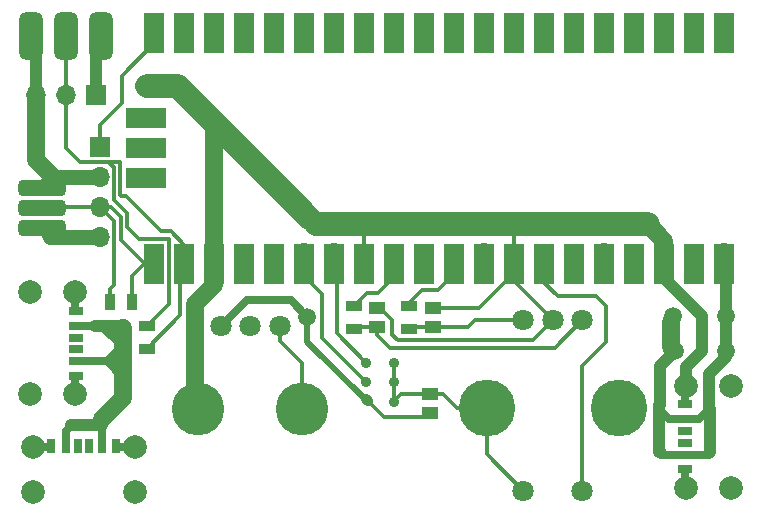
<source format=gtl>
G04 #@! TF.GenerationSoftware,KiCad,Pcbnew,(6.0.4)*
G04 #@! TF.CreationDate,2022-04-25T16:44:11-05:00*
G04 #@! TF.ProjectId,FireflyV1,46697265-666c-4795-9631-2e6b69636164,rev?*
G04 #@! TF.SameCoordinates,Original*
G04 #@! TF.FileFunction,Copper,L1,Top*
G04 #@! TF.FilePolarity,Positive*
%FSLAX46Y46*%
G04 Gerber Fmt 4.6, Leading zero omitted, Abs format (unit mm)*
G04 Created by KiCad (PCBNEW (6.0.4)) date 2022-04-25 16:44:11*
%MOMM*%
%LPD*%
G01*
G04 APERTURE LIST*
G04 Aperture macros list*
%AMRoundRect*
0 Rectangle with rounded corners*
0 $1 Rounding radius*
0 $2 $3 $4 $5 $6 $7 $8 $9 X,Y pos of 4 corners*
0 Add a 4 corners polygon primitive as box body*
4,1,4,$2,$3,$4,$5,$6,$7,$8,$9,$2,$3,0*
0 Add four circle primitives for the rounded corners*
1,1,$1+$1,$2,$3*
1,1,$1+$1,$4,$5*
1,1,$1+$1,$6,$7*
1,1,$1+$1,$8,$9*
0 Add four rect primitives between the rounded corners*
20,1,$1+$1,$2,$3,$4,$5,0*
20,1,$1+$1,$4,$5,$6,$7,0*
20,1,$1+$1,$6,$7,$8,$9,0*
20,1,$1+$1,$8,$9,$2,$3,0*%
%AMHorizOval*
0 Thick line with rounded ends*
0 $1 width*
0 $2 $3 position (X,Y) of the first rounded end (center of the circle)*
0 $4 $5 position (X,Y) of the second rounded end (center of the circle)*
0 Add line between two ends*
20,1,$1,$2,$3,$4,$5,0*
0 Add two circle primitives to create the rounded ends*
1,1,$1,$2,$3*
1,1,$1,$4,$5*%
G04 Aperture macros list end*
G04 #@! TA.AperFunction,SMDPad,CuDef*
%ADD10R,1.400000X0.950000*%
G04 #@! TD*
G04 #@! TA.AperFunction,ComponentPad*
%ADD11C,1.800000*%
G04 #@! TD*
G04 #@! TA.AperFunction,ComponentPad*
%ADD12C,4.800000*%
G04 #@! TD*
G04 #@! TA.AperFunction,ComponentPad*
%ADD13R,1.700000X1.700000*%
G04 #@! TD*
G04 #@! TA.AperFunction,ComponentPad*
%ADD14O,1.700000X1.700000*%
G04 #@! TD*
G04 #@! TA.AperFunction,SMDPad,CuDef*
%ADD15R,1.200000X0.700000*%
G04 #@! TD*
G04 #@! TA.AperFunction,SMDPad,CuDef*
%ADD16R,1.200000X0.760000*%
G04 #@! TD*
G04 #@! TA.AperFunction,SMDPad,CuDef*
%ADD17R,1.200000X0.800000*%
G04 #@! TD*
G04 #@! TA.AperFunction,ComponentPad*
%ADD18C,2.010000*%
G04 #@! TD*
G04 #@! TA.AperFunction,SMDPad,CuDef*
%ADD19RoundRect,0.337500X1.662500X0.337500X-1.662500X0.337500X-1.662500X-0.337500X1.662500X-0.337500X0*%
G04 #@! TD*
G04 #@! TA.AperFunction,SMDPad,CuDef*
%ADD20R,0.700000X1.200000*%
G04 #@! TD*
G04 #@! TA.AperFunction,SMDPad,CuDef*
%ADD21R,0.760000X1.200000*%
G04 #@! TD*
G04 #@! TA.AperFunction,SMDPad,CuDef*
%ADD22R,0.800000X1.200000*%
G04 #@! TD*
G04 #@! TA.AperFunction,SMDPad,CuDef*
%ADD23R,1.700000X3.500000*%
G04 #@! TD*
G04 #@! TA.AperFunction,SMDPad,CuDef*
%ADD24R,3.500000X1.700000*%
G04 #@! TD*
G04 #@! TA.AperFunction,SMDPad,CuDef*
%ADD25R,0.950000X1.400000*%
G04 #@! TD*
G04 #@! TA.AperFunction,ComponentPad*
%ADD26C,4.460000*%
G04 #@! TD*
G04 #@! TA.AperFunction,SMDPad,CuDef*
%ADD27RoundRect,0.500000X-0.500000X1.500000X-0.500000X-1.500000X0.500000X-1.500000X0.500000X1.500000X0*%
G04 #@! TD*
G04 #@! TA.AperFunction,SMDPad,CuDef*
%ADD28C,0.910000*%
G04 #@! TD*
G04 #@! TA.AperFunction,SMDPad,CuDef*
%ADD29HorizOval,0.910000X-0.070711X0.070711X0.070711X-0.070711X0*%
G04 #@! TD*
G04 #@! TA.AperFunction,SMDPad,CuDef*
%ADD30R,1.470000X1.020000*%
G04 #@! TD*
G04 #@! TA.AperFunction,ViaPad*
%ADD31C,1.500000*%
G04 #@! TD*
G04 #@! TA.AperFunction,Conductor*
%ADD32C,0.300000*%
G04 #@! TD*
G04 #@! TA.AperFunction,Conductor*
%ADD33C,1.000000*%
G04 #@! TD*
G04 #@! TA.AperFunction,Conductor*
%ADD34C,0.700000*%
G04 #@! TD*
G04 #@! TA.AperFunction,Conductor*
%ADD35C,1.500000*%
G04 #@! TD*
G04 #@! TA.AperFunction,Conductor*
%ADD36C,1.300000*%
G04 #@! TD*
G04 #@! TA.AperFunction,Conductor*
%ADD37C,2.000000*%
G04 #@! TD*
G04 #@! TA.AperFunction,Conductor*
%ADD38C,0.500000*%
G04 #@! TD*
G04 APERTURE END LIST*
D10*
X25000000Y-41750000D03*
X25000000Y-39850000D03*
D11*
X61873821Y-39320000D03*
X56873821Y-39320000D03*
X59373821Y-39320000D03*
X61873821Y-53820000D03*
X56873821Y-53820000D03*
D12*
X53773821Y-46820000D03*
X64973821Y-46820000D03*
D13*
X21000000Y-24660000D03*
D14*
X21000000Y-27200000D03*
X21000000Y-29740000D03*
X21000000Y-32280000D03*
D15*
X19001321Y-40820000D03*
D16*
X19001321Y-42840000D03*
D17*
X19001321Y-44070000D03*
D15*
X19001321Y-41820000D03*
D16*
X19001321Y-39800000D03*
D17*
X19001321Y-38570000D03*
D18*
X18921321Y-37000000D03*
X15121321Y-37000000D03*
X15121321Y-45640000D03*
X18921321Y-45640000D03*
D19*
X16093821Y-31540000D03*
X16093821Y-29840000D03*
X16093821Y-28140000D03*
D15*
X70593821Y-49720000D03*
D16*
X70593821Y-47700000D03*
D17*
X70593821Y-46470000D03*
D15*
X70593821Y-48720000D03*
D16*
X70593821Y-50740000D03*
D17*
X70593821Y-51970000D03*
D18*
X70673821Y-53540000D03*
X74473821Y-53540000D03*
X74473821Y-44900000D03*
X70673821Y-44900000D03*
D20*
X19133821Y-50002500D03*
D21*
X21153821Y-50002500D03*
D22*
X22383821Y-50002500D03*
D20*
X20133821Y-50002500D03*
D21*
X18113821Y-50002500D03*
D22*
X16883821Y-50002500D03*
D18*
X15313821Y-50082500D03*
X15313821Y-53882500D03*
X23953821Y-53882500D03*
X23953821Y-50082500D03*
D13*
X20703821Y-20250000D03*
D14*
X18163821Y-20250000D03*
X15623821Y-20250000D03*
D23*
X73890000Y-15010000D03*
X71350000Y-15010000D03*
X68810000Y-15010000D03*
X66270000Y-15010000D03*
X63730000Y-15010000D03*
X61190000Y-15010000D03*
X58650000Y-15010000D03*
X56110000Y-15010000D03*
X53570000Y-15010000D03*
X51030000Y-15010000D03*
X48490000Y-15010000D03*
X45950000Y-15010000D03*
X43410000Y-15010000D03*
X40870000Y-15010000D03*
X38330000Y-15010000D03*
X35790000Y-15010000D03*
X33250000Y-15010000D03*
X30710000Y-15010000D03*
X28170000Y-15010000D03*
X25630000Y-15010000D03*
X25630000Y-34590000D03*
X28170000Y-34590000D03*
X30710000Y-34590000D03*
X33250000Y-34590000D03*
X35790000Y-34590000D03*
X38330000Y-34590000D03*
D14*
X38330000Y-33650000D03*
X40870000Y-33690000D03*
D23*
X40870000Y-34590000D03*
X43410000Y-34590000D03*
X45950000Y-34590000D03*
X48490000Y-34590000D03*
X51030000Y-34590000D03*
D14*
X53570000Y-33690000D03*
D23*
X53570000Y-34590000D03*
X56110000Y-34590000D03*
X58650000Y-34590000D03*
X61190000Y-34590000D03*
D14*
X63730000Y-33690000D03*
D23*
X63730000Y-34590000D03*
X66270000Y-34590000D03*
X68810000Y-34590000D03*
X71350000Y-34590000D03*
D14*
X73890000Y-33690000D03*
D23*
X73890000Y-34590000D03*
D24*
X24960000Y-22260000D03*
X24960000Y-24800000D03*
X24960000Y-27340000D03*
D10*
X47160000Y-38160000D03*
X47160000Y-40060000D03*
D25*
X21850000Y-37800000D03*
X23750000Y-37800000D03*
D11*
X36253821Y-39840000D03*
X33753821Y-39840000D03*
X31253821Y-39840000D03*
D26*
X38153821Y-46840000D03*
X29353821Y-46840000D03*
D27*
X21143821Y-15270000D03*
X18143821Y-15270000D03*
X15143821Y-15270000D03*
D28*
X45900000Y-46240000D03*
X45900000Y-44590000D03*
X45900000Y-42940000D03*
X43560000Y-42940000D03*
X43560000Y-44590000D03*
D29*
X43660000Y-46140000D03*
D30*
X48970000Y-47230000D03*
X48970000Y-45630000D03*
D10*
X42520000Y-38160000D03*
X42520000Y-40060000D03*
D30*
X44470000Y-38310000D03*
X44470000Y-39910000D03*
X49200000Y-38310000D03*
X49200000Y-39910000D03*
D31*
X69569264Y-39000000D03*
X25000000Y-19560000D03*
X23000000Y-42000000D03*
X23000000Y-45900000D03*
X74000000Y-39000000D03*
X74000000Y-42000000D03*
X23000000Y-40000000D03*
X23000000Y-44000000D03*
X69730000Y-41940000D03*
X38574625Y-39074125D03*
D32*
X44570000Y-37050000D02*
X45950000Y-35670000D01*
X45950000Y-35670000D02*
X45950000Y-33690000D01*
X43630000Y-37050000D02*
X44570000Y-37050000D01*
X42520000Y-38160000D02*
X43630000Y-37050000D01*
D33*
X21400000Y-39800000D02*
X23000000Y-41400000D01*
X20600000Y-39800000D02*
X21400000Y-39800000D01*
X23000000Y-41400000D02*
X23000000Y-42000000D01*
X20600000Y-39800000D02*
X22800000Y-39800000D01*
X22800000Y-39800000D02*
X23000000Y-40000000D01*
D34*
X20600000Y-39800000D02*
X19001321Y-39800000D01*
D35*
X21153821Y-47746179D02*
X23000000Y-45900000D01*
D33*
X21153821Y-48220000D02*
X21153821Y-47746179D01*
X21840000Y-42840000D02*
X23000000Y-44000000D01*
X22680000Y-42000000D02*
X23000000Y-42000000D01*
X21840000Y-42840000D02*
X22680000Y-42000000D01*
D35*
X23000000Y-40000000D02*
X23000000Y-45900000D01*
D32*
X22200000Y-36400000D02*
X22200000Y-30940000D01*
X22200000Y-30940000D02*
X21000000Y-29740000D01*
X21850000Y-37800000D02*
X21850000Y-36750000D01*
X21850000Y-36750000D02*
X22200000Y-36400000D01*
X24750000Y-34570000D02*
X23750000Y-35570000D01*
X23750000Y-35570000D02*
X23750000Y-37800000D01*
X25630000Y-34570000D02*
X24750000Y-34570000D01*
X24290489Y-32490489D02*
X23299520Y-31499520D01*
X23299520Y-31499520D02*
X23299520Y-30299520D01*
X23299520Y-30299520D02*
X22200000Y-29200000D01*
X22200000Y-29200000D02*
X22200000Y-26400000D01*
X26829511Y-32490489D02*
X24290489Y-32490489D01*
X22200000Y-26400000D02*
X21800000Y-26000000D01*
X26829511Y-38020489D02*
X26829511Y-32490489D01*
X25000000Y-39850000D02*
X26829511Y-38020489D01*
X27800000Y-34060000D02*
X27800000Y-38950000D01*
X27800000Y-38950000D02*
X25000000Y-41750000D01*
X28170000Y-33690000D02*
X27800000Y-34060000D01*
X23200000Y-28800000D02*
X22800000Y-28800000D01*
X26200000Y-31800000D02*
X23200000Y-28800000D01*
X28170000Y-32970000D02*
X27000000Y-31800000D01*
X28170000Y-33690000D02*
X28170000Y-32970000D01*
X27000000Y-31800000D02*
X26200000Y-31800000D01*
X22800000Y-32600000D02*
X24800000Y-34600000D01*
X21940000Y-29740000D02*
X22800000Y-30600000D01*
X22800000Y-30600000D02*
X22800000Y-32600000D01*
X16193821Y-29740000D02*
X21940000Y-29740000D01*
X16093821Y-29840000D02*
X16193821Y-29740000D01*
X18163821Y-24789022D02*
X18163821Y-15290000D01*
X19294799Y-25920000D02*
X18163821Y-24789022D01*
X22750000Y-25920000D02*
X19294799Y-25920000D01*
X22750000Y-28750000D02*
X22750000Y-25920000D01*
X18163821Y-15290000D02*
X18143821Y-15270000D01*
X22860489Y-18679511D02*
X22860489Y-20953332D01*
X21000000Y-22813821D02*
X21000000Y-24660000D01*
X25630000Y-15910000D02*
X22860489Y-18679511D01*
X22860489Y-20953332D02*
X21000000Y-22813821D01*
D36*
X21000000Y-32280000D02*
X16833821Y-32280000D01*
D35*
X15623821Y-25790000D02*
X17033821Y-27200000D01*
X15623821Y-20250000D02*
X15623821Y-25790000D01*
D33*
X15623821Y-15750000D02*
X15143821Y-15270000D01*
X15623821Y-20250000D02*
X15623821Y-15750000D01*
X20703821Y-15710000D02*
X21143821Y-15270000D01*
X20703821Y-20250000D02*
X20703821Y-15710000D01*
D35*
X69375000Y-41585000D02*
X69375000Y-39515736D01*
D33*
X69375000Y-39515736D02*
X69730000Y-39160736D01*
X69730000Y-41940000D02*
X69375000Y-41585000D01*
X69730000Y-39160736D02*
X69569264Y-39000000D01*
D34*
X70593821Y-53460000D02*
X70673821Y-53540000D01*
D36*
X29353821Y-46840000D02*
X29110000Y-46596179D01*
D34*
X18921321Y-38490000D02*
X19001321Y-38570000D01*
D32*
X53773821Y-50720000D02*
X56873821Y-53820000D01*
D36*
X30710000Y-36349022D02*
X30710000Y-33690000D01*
D34*
X22463821Y-50082500D02*
X22383821Y-50002500D01*
D32*
X59373821Y-39320000D02*
X56110000Y-36056179D01*
D35*
X29110000Y-37949022D02*
X30710000Y-36349022D01*
D37*
X25000000Y-19560000D02*
X27633821Y-19560000D01*
D35*
X38640000Y-30550000D02*
X39320000Y-31230000D01*
D32*
X36253821Y-39840000D02*
X36253821Y-41073821D01*
X50060000Y-45630000D02*
X49314022Y-45630000D01*
D33*
X16833821Y-32280000D02*
X16093821Y-31540000D01*
D37*
X39320000Y-31230000D02*
X43420000Y-31230000D01*
D32*
X45770000Y-39365000D02*
X44695000Y-38290000D01*
D33*
X70673821Y-43326179D02*
X72000000Y-42000000D01*
D34*
X18921321Y-44150000D02*
X19001321Y-44070000D01*
D32*
X38153821Y-42973821D02*
X38153821Y-46840000D01*
X43410000Y-33690000D02*
X43410000Y-31240000D01*
X49314022Y-45630000D02*
X46530000Y-45630000D01*
X56110000Y-31340000D02*
X56220000Y-31230000D01*
D33*
X70673821Y-44900000D02*
X70673821Y-43326179D01*
D35*
X68810000Y-32630978D02*
X68810000Y-33690000D01*
D34*
X18921321Y-37000000D02*
X18921321Y-38490000D01*
X70593821Y-44980000D02*
X70673821Y-44900000D01*
D37*
X27633821Y-19560000D02*
X38743821Y-30670000D01*
D32*
X36253821Y-41073821D02*
X38153821Y-42973821D01*
X53773821Y-46820000D02*
X51250000Y-46820000D01*
D34*
X18921321Y-45640000D02*
X18921321Y-44150000D01*
D35*
X29110000Y-46596179D02*
X29110000Y-37949022D01*
D34*
X70593821Y-46470000D02*
X70593821Y-44980000D01*
D32*
X53773821Y-46820000D02*
X53773821Y-50720000D01*
X46530000Y-45630000D02*
X45770000Y-46390000D01*
D34*
X16803821Y-50082500D02*
X16883821Y-50002500D01*
D37*
X56220000Y-31230000D02*
X67409022Y-31230000D01*
D32*
X56110000Y-36056179D02*
X56110000Y-33690000D01*
X51250000Y-46820000D02*
X50060000Y-45630000D01*
X44695000Y-38290000D02*
X44470000Y-38290000D01*
X46220000Y-41040000D02*
X45770000Y-40590000D01*
X56110000Y-35349022D02*
X53149022Y-38310000D01*
X45770000Y-40590000D02*
X45770000Y-39365000D01*
X56110000Y-33690000D02*
X56110000Y-35349022D01*
D35*
X67409022Y-31230000D02*
X68810000Y-32630978D01*
D32*
X57653821Y-41040000D02*
X46220000Y-41040000D01*
D34*
X23953821Y-50082500D02*
X22463821Y-50082500D01*
D32*
X59373821Y-39320000D02*
X57653821Y-41040000D01*
D34*
X70593821Y-51970000D02*
X70593821Y-53460000D01*
D37*
X43420000Y-31230000D02*
X56220000Y-31230000D01*
D33*
X68810000Y-35810000D02*
X68810000Y-33690000D01*
D32*
X43410000Y-31240000D02*
X43420000Y-31230000D01*
X49314022Y-45630000D02*
X48970000Y-45630000D01*
D35*
X30710000Y-22636179D02*
X30710000Y-33690000D01*
D33*
X72000000Y-42000000D02*
X72000000Y-39000000D01*
D32*
X56110000Y-33690000D02*
X56110000Y-31340000D01*
X45900000Y-46240000D02*
X45900000Y-42940000D01*
X53149022Y-38310000D02*
X49300000Y-38310000D01*
D34*
X15313821Y-50082500D02*
X16803821Y-50082500D01*
D35*
X27633821Y-19560000D02*
X30710000Y-22636179D01*
D33*
X72000000Y-39000000D02*
X68810000Y-35810000D01*
D32*
X39800000Y-40830000D02*
X43560000Y-44590000D01*
X38330000Y-35640000D02*
X39800000Y-37110000D01*
X39800000Y-37110000D02*
X39800000Y-40830000D01*
X38330000Y-33690000D02*
X38330000Y-35640000D01*
X41060000Y-40440000D02*
X43560000Y-42940000D01*
X41060000Y-33880000D02*
X41060000Y-40440000D01*
X40870000Y-33690000D02*
X41060000Y-33880000D01*
X51030000Y-35440000D02*
X51030000Y-33690000D01*
X49670000Y-36800000D02*
X51030000Y-35440000D01*
X48320000Y-36800000D02*
X49670000Y-36800000D01*
X47210000Y-37910000D02*
X48320000Y-36800000D01*
X58650000Y-33690000D02*
X58650000Y-36196179D01*
X63060000Y-37320000D02*
X63873821Y-38133821D01*
X61873821Y-43220000D02*
X61873821Y-53820000D01*
X63873821Y-38133821D02*
X63873821Y-41220000D01*
X59773821Y-37320000D02*
X63060000Y-37320000D01*
X58650000Y-36196179D02*
X59773821Y-37320000D01*
X63873821Y-41220000D02*
X61873821Y-43220000D01*
D34*
X21840000Y-42840000D02*
X19001321Y-42840000D01*
D33*
X72703821Y-50546179D02*
X72703821Y-46890000D01*
D34*
X68525000Y-50625000D02*
X68640000Y-50740000D01*
D33*
X72625000Y-50625000D02*
X72703821Y-50546179D01*
D34*
X71775000Y-47700000D02*
X72585000Y-46890000D01*
D33*
X74000000Y-42000000D02*
X74000000Y-42500000D01*
D34*
X70593821Y-47700000D02*
X69200000Y-47700000D01*
D33*
X69730000Y-41940000D02*
X68430000Y-43240000D01*
D36*
X20720000Y-27200000D02*
X17033821Y-27200000D01*
D33*
X72575000Y-43925000D02*
X72575000Y-46761179D01*
X68525000Y-50625000D02*
X68393821Y-50493821D01*
X68393821Y-50493821D02*
X68393821Y-46529022D01*
X74000000Y-42000000D02*
X74000000Y-39000000D01*
D34*
X69200000Y-47700000D02*
X68393821Y-46893821D01*
D33*
X72575000Y-46761179D02*
X72703821Y-46890000D01*
D34*
X70593821Y-47700000D02*
X71775000Y-47700000D01*
X72625000Y-50625000D02*
X72480489Y-50769511D01*
D33*
X68430000Y-43240000D02*
X68430000Y-46492843D01*
D34*
X68430000Y-46492843D02*
X68393821Y-46529022D01*
X72480489Y-50769511D02*
X70593821Y-50769511D01*
D33*
X74000000Y-42500000D02*
X72575000Y-43925000D01*
X74000000Y-39000000D02*
X74000000Y-33800000D01*
D34*
X18113821Y-48702500D02*
X18596321Y-48220000D01*
D36*
X17033821Y-27200000D02*
X16093821Y-28140000D01*
D34*
X18113821Y-50002500D02*
X18113821Y-48702500D01*
X21153821Y-50002500D02*
X21153821Y-48220000D01*
D33*
X18596321Y-48220000D02*
X21153821Y-48220000D01*
D34*
X68640000Y-50740000D02*
X70593821Y-50740000D01*
D33*
X74000000Y-33800000D02*
X73890000Y-33690000D01*
D34*
X68393821Y-46893821D02*
X68393821Y-46529022D01*
D32*
X45030000Y-47510000D02*
X43660000Y-46140000D01*
D38*
X38574625Y-39074125D02*
X38574625Y-41174625D01*
D32*
X48970000Y-47230000D02*
X48690000Y-47510000D01*
D34*
X38574625Y-39074125D02*
X37160500Y-37660000D01*
X33433821Y-37660000D02*
X31253821Y-39840000D01*
D32*
X48690000Y-47510000D02*
X45030000Y-47510000D01*
D38*
X38574625Y-41174625D02*
X43540000Y-46140000D01*
D34*
X37160500Y-37660000D02*
X33433821Y-37660000D01*
X43540000Y-46140000D02*
X43660000Y-46140000D01*
D32*
X44470000Y-39890000D02*
X42730000Y-39890000D01*
X61873821Y-39320000D02*
X59513821Y-41680000D01*
X59513821Y-41680000D02*
X45540000Y-41680000D01*
X45540000Y-41680000D02*
X44470000Y-40610000D01*
X42730000Y-39890000D02*
X42520000Y-40100000D01*
X44470000Y-40610000D02*
X44470000Y-39890000D01*
X52740000Y-39320000D02*
X52150000Y-39910000D01*
X49300000Y-39910000D02*
X47170000Y-39910000D01*
X47170000Y-39910000D02*
X47160000Y-39920000D01*
X56873821Y-39320000D02*
X52740000Y-39320000D01*
X52150000Y-39910000D02*
X49300000Y-39910000D01*
M02*

</source>
